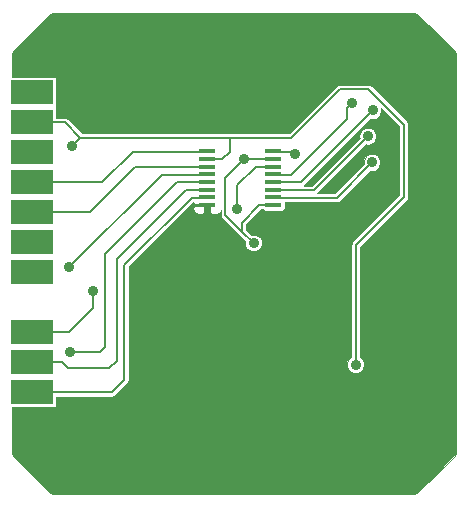
<source format=gbl>
G04 (created by PCBNEW-RS274X (2011-nov-30)-testing) date Fri 20 Jul 2012 01:00:30 PM CDT*
%MOIN*%
G04 Gerber Fmt 3.4, Leading zero omitted, Abs format*
%FSLAX34Y34*%
G01*
G70*
G90*
G04 APERTURE LIST*
%ADD10C,0.006*%
%ADD11R,0.055X0.0157*%
%ADD12R,0.14X0.08*%
%ADD13C,0.035*%
%ADD14C,0.008*%
%ADD15C,0.001*%
G04 APERTURE END LIST*
G54D10*
G54D11*
X55392Y-36256D03*
X55392Y-36511D03*
X55392Y-36766D03*
X55392Y-37023D03*
X55392Y-37277D03*
X55392Y-37534D03*
X55392Y-37789D03*
X55392Y-38045D03*
X53188Y-38045D03*
X53188Y-37789D03*
X53188Y-37534D03*
X53188Y-37277D03*
X53188Y-37023D03*
X53188Y-36766D03*
X53188Y-36511D03*
X53188Y-36255D03*
G54D12*
X47350Y-34280D03*
X47350Y-35280D03*
X47350Y-36280D03*
X47350Y-37280D03*
X47350Y-38280D03*
X47350Y-39280D03*
X47350Y-40280D03*
X47350Y-42280D03*
X47350Y-43280D03*
X47350Y-44280D03*
G54D13*
X54420Y-36510D03*
X54730Y-39310D03*
X48670Y-36080D03*
X58130Y-43360D03*
X58010Y-34650D03*
X48590Y-40100D03*
X58710Y-34890D03*
X48610Y-42940D03*
X58680Y-36620D03*
X49370Y-40920D03*
X56100Y-36340D03*
X58540Y-35750D03*
X54190Y-38160D03*
X59030Y-32610D03*
X48770Y-34690D03*
X58810Y-37820D03*
X54890Y-46580D03*
X53710Y-46580D03*
X49120Y-44690D03*
X57650Y-42770D03*
X50040Y-34020D03*
X56070Y-46580D03*
X50950Y-42770D03*
X48770Y-34020D03*
X57650Y-38630D03*
X57650Y-45130D03*
X52530Y-46580D03*
X56940Y-33980D03*
X50950Y-43950D03*
X54300Y-33110D03*
X50950Y-45130D03*
X59820Y-45210D03*
X60220Y-42440D03*
X51660Y-33980D03*
X52600Y-38540D03*
X57650Y-43950D03*
X57650Y-46310D03*
G54D14*
X54345Y-38625D02*
X54345Y-38925D01*
X54421Y-36511D02*
X54420Y-36510D01*
X55392Y-38045D02*
X54925Y-38045D01*
X54730Y-39310D02*
X54345Y-38925D01*
X54345Y-38925D02*
X53790Y-38370D01*
X54925Y-38045D02*
X54345Y-38625D01*
X53790Y-37140D02*
X54420Y-36510D01*
X53790Y-38370D02*
X53790Y-37140D01*
X55392Y-36511D02*
X54421Y-36511D01*
X53676Y-36514D02*
X53188Y-36514D01*
X53930Y-36260D02*
X53676Y-36514D01*
X59740Y-35360D02*
X59740Y-37770D01*
X53930Y-35800D02*
X48950Y-35800D01*
X55990Y-35800D02*
X53930Y-35800D01*
X47350Y-35280D02*
X48430Y-35280D01*
X59740Y-37770D02*
X58130Y-39380D01*
X58560Y-34180D02*
X59740Y-35360D01*
X48430Y-35280D02*
X48950Y-35800D01*
X53930Y-35800D02*
X53930Y-36260D01*
X55990Y-35800D02*
X57610Y-34180D01*
X58130Y-39380D02*
X58130Y-43360D01*
X57610Y-34180D02*
X58560Y-34180D01*
X48950Y-35800D02*
X48670Y-36080D01*
X57850Y-34810D02*
X58010Y-34650D01*
X57850Y-35170D02*
X57850Y-34810D01*
X55994Y-37026D02*
X57850Y-35170D01*
X55994Y-37026D02*
X55392Y-37026D01*
X48590Y-40100D02*
X51664Y-37026D01*
X53188Y-37026D02*
X51664Y-37026D01*
X55392Y-37282D02*
X56318Y-37282D01*
X56318Y-37282D02*
X58710Y-34890D01*
X49610Y-42940D02*
X48610Y-42940D01*
X49780Y-42770D02*
X49610Y-42940D01*
X52178Y-37282D02*
X53188Y-37282D01*
X49780Y-42770D02*
X49780Y-39680D01*
X52178Y-37282D02*
X49780Y-39680D01*
X57506Y-37794D02*
X55392Y-37794D01*
X57506Y-37794D02*
X58680Y-36620D01*
X50010Y-44280D02*
X50420Y-43870D01*
X50010Y-44280D02*
X47350Y-44280D01*
X53188Y-37794D02*
X52666Y-37794D01*
X52666Y-37794D02*
X50420Y-40040D01*
X50420Y-43870D02*
X50420Y-40040D01*
X49370Y-41490D02*
X49370Y-40920D01*
X48580Y-42280D02*
X49370Y-41490D01*
X47350Y-42280D02*
X48580Y-42280D01*
X56018Y-36258D02*
X56100Y-36340D01*
X55392Y-36258D02*
X56018Y-36258D01*
X50702Y-36258D02*
X53188Y-36258D01*
X47350Y-37280D02*
X49680Y-37280D01*
X49680Y-37280D02*
X50702Y-36258D01*
X56752Y-37538D02*
X58540Y-35750D01*
X55392Y-37538D02*
X56752Y-37538D01*
X49920Y-43490D02*
X50180Y-43230D01*
X50180Y-43230D02*
X50180Y-39840D01*
X48340Y-43280D02*
X48550Y-43490D01*
X50180Y-39840D02*
X52482Y-37538D01*
X48550Y-43490D02*
X49920Y-43490D01*
X48340Y-43280D02*
X47350Y-43280D01*
X53188Y-37538D02*
X52482Y-37538D01*
X54810Y-36770D02*
X55392Y-36770D01*
X54190Y-37390D02*
X54190Y-38160D01*
X54810Y-36770D02*
X54190Y-37390D01*
X47350Y-38280D02*
X49270Y-38280D01*
X50780Y-36770D02*
X53188Y-36770D01*
X49270Y-38280D02*
X50780Y-36770D01*
G54D10*
G36*
X61465Y-46270D02*
X61438Y-46404D01*
X60194Y-47648D01*
X60060Y-47675D01*
X53093Y-47675D01*
X53093Y-38277D01*
X53093Y-38084D01*
X52759Y-38084D01*
X52708Y-38135D01*
X52708Y-38164D01*
X52739Y-38239D01*
X52797Y-38297D01*
X52872Y-38328D01*
X52954Y-38328D01*
X53042Y-38328D01*
X53093Y-38277D01*
X53093Y-47675D01*
X48089Y-47675D01*
X47955Y-47648D01*
X46711Y-46404D01*
X46685Y-46270D01*
X46685Y-44785D01*
X48071Y-44785D01*
X48155Y-44785D01*
X48155Y-44701D01*
X48155Y-44659D01*
X48155Y-44425D01*
X50005Y-44425D01*
X50010Y-44426D01*
X50010Y-44425D01*
X50065Y-44414D01*
X50066Y-44414D01*
X50113Y-44383D01*
X50520Y-43974D01*
X50522Y-43973D01*
X50523Y-43973D01*
X50553Y-43926D01*
X50554Y-43925D01*
X50562Y-43882D01*
X50565Y-43871D01*
X50564Y-43870D01*
X50565Y-43870D01*
X50565Y-40100D01*
X52709Y-37956D01*
X52759Y-38006D01*
X53093Y-38006D01*
X53093Y-37972D01*
X53283Y-37972D01*
X53283Y-38006D01*
X53283Y-38084D01*
X53283Y-38145D01*
X53283Y-38277D01*
X53334Y-38328D01*
X53422Y-38328D01*
X53504Y-38328D01*
X53579Y-38297D01*
X53637Y-38239D01*
X53645Y-38219D01*
X53645Y-38365D01*
X53644Y-38370D01*
X53656Y-38426D01*
X53687Y-38473D01*
X54240Y-39025D01*
X54242Y-39028D01*
X54455Y-39240D01*
X54450Y-39254D01*
X54450Y-39365D01*
X54492Y-39468D01*
X54571Y-39547D01*
X54674Y-39590D01*
X54785Y-39590D01*
X54888Y-39548D01*
X54967Y-39469D01*
X55010Y-39366D01*
X55010Y-39255D01*
X54968Y-39152D01*
X54889Y-39073D01*
X54786Y-39030D01*
X54675Y-39030D01*
X54661Y-39035D01*
X54490Y-38864D01*
X54490Y-38685D01*
X54985Y-38190D01*
X55035Y-38190D01*
X55058Y-38212D01*
X55096Y-38228D01*
X55138Y-38228D01*
X55688Y-38228D01*
X55727Y-38212D01*
X55756Y-38182D01*
X55772Y-38144D01*
X55772Y-38102D01*
X55772Y-37946D01*
X55769Y-37939D01*
X57501Y-37939D01*
X57506Y-37940D01*
X57506Y-37939D01*
X57561Y-37928D01*
X57562Y-37928D01*
X57609Y-37897D01*
X58610Y-36894D01*
X58624Y-36900D01*
X58735Y-36900D01*
X58838Y-36858D01*
X58917Y-36779D01*
X58960Y-36676D01*
X58960Y-36565D01*
X58918Y-36462D01*
X58839Y-36383D01*
X58736Y-36340D01*
X58625Y-36340D01*
X58522Y-36382D01*
X58443Y-36461D01*
X58400Y-36564D01*
X58400Y-36675D01*
X58405Y-36689D01*
X57445Y-37649D01*
X56842Y-37649D01*
X56855Y-37641D01*
X58470Y-36024D01*
X58484Y-36030D01*
X58595Y-36030D01*
X58698Y-35988D01*
X58777Y-35909D01*
X58820Y-35806D01*
X58820Y-35695D01*
X58778Y-35592D01*
X58699Y-35513D01*
X58596Y-35470D01*
X58485Y-35470D01*
X58382Y-35512D01*
X58303Y-35591D01*
X58260Y-35694D01*
X58260Y-35805D01*
X58265Y-35819D01*
X56691Y-37393D01*
X56408Y-37393D01*
X56421Y-37385D01*
X58640Y-35164D01*
X58654Y-35170D01*
X58765Y-35170D01*
X58868Y-35128D01*
X58947Y-35049D01*
X58990Y-34946D01*
X58990Y-34835D01*
X58976Y-34802D01*
X59595Y-35420D01*
X59595Y-37709D01*
X58027Y-39277D01*
X57996Y-39324D01*
X57984Y-39380D01*
X57985Y-39384D01*
X57985Y-43116D01*
X57972Y-43122D01*
X57893Y-43201D01*
X57850Y-43304D01*
X57850Y-43415D01*
X57892Y-43518D01*
X57971Y-43597D01*
X58074Y-43640D01*
X58185Y-43640D01*
X58288Y-43598D01*
X58367Y-43519D01*
X58410Y-43416D01*
X58410Y-43305D01*
X58368Y-43202D01*
X58289Y-43123D01*
X58275Y-43117D01*
X58275Y-39440D01*
X59840Y-37874D01*
X59842Y-37873D01*
X59843Y-37873D01*
X59873Y-37826D01*
X59874Y-37825D01*
X59882Y-37782D01*
X59885Y-37771D01*
X59884Y-37770D01*
X59885Y-37770D01*
X59885Y-35360D01*
X59884Y-35359D01*
X59885Y-35359D01*
X59882Y-35348D01*
X59874Y-35305D01*
X59873Y-35304D01*
X59843Y-35257D01*
X59840Y-35255D01*
X58663Y-34077D01*
X58616Y-34046D01*
X58560Y-34034D01*
X58555Y-34035D01*
X57614Y-34035D01*
X57610Y-34034D01*
X57554Y-34046D01*
X57507Y-34077D01*
X55929Y-35655D01*
X53930Y-35655D01*
X49010Y-35655D01*
X48533Y-35177D01*
X48486Y-35146D01*
X48430Y-35134D01*
X48425Y-35135D01*
X48155Y-35135D01*
X48155Y-34859D01*
X48155Y-34701D01*
X48155Y-34659D01*
X48155Y-33859D01*
X48155Y-33775D01*
X48071Y-33775D01*
X48029Y-33775D01*
X46685Y-33775D01*
X46685Y-33039D01*
X46711Y-32905D01*
X47955Y-31661D01*
X48089Y-31635D01*
X60060Y-31635D01*
X60194Y-31661D01*
X61438Y-32905D01*
X61465Y-33039D01*
X61465Y-46270D01*
X61465Y-46270D01*
G37*
G54D15*
X61465Y-46270D02*
X61438Y-46404D01*
X60194Y-47648D01*
X60060Y-47675D01*
X53093Y-47675D01*
X53093Y-38277D01*
X53093Y-38084D01*
X52759Y-38084D01*
X52708Y-38135D01*
X52708Y-38164D01*
X52739Y-38239D01*
X52797Y-38297D01*
X52872Y-38328D01*
X52954Y-38328D01*
X53042Y-38328D01*
X53093Y-38277D01*
X53093Y-47675D01*
X48089Y-47675D01*
X47955Y-47648D01*
X46711Y-46404D01*
X46685Y-46270D01*
X46685Y-44785D01*
X48071Y-44785D01*
X48155Y-44785D01*
X48155Y-44701D01*
X48155Y-44659D01*
X48155Y-44425D01*
X50005Y-44425D01*
X50010Y-44426D01*
X50010Y-44425D01*
X50065Y-44414D01*
X50066Y-44414D01*
X50113Y-44383D01*
X50520Y-43974D01*
X50522Y-43973D01*
X50523Y-43973D01*
X50553Y-43926D01*
X50554Y-43925D01*
X50562Y-43882D01*
X50565Y-43871D01*
X50564Y-43870D01*
X50565Y-43870D01*
X50565Y-40100D01*
X52709Y-37956D01*
X52759Y-38006D01*
X53093Y-38006D01*
X53093Y-37972D01*
X53283Y-37972D01*
X53283Y-38006D01*
X53283Y-38084D01*
X53283Y-38145D01*
X53283Y-38277D01*
X53334Y-38328D01*
X53422Y-38328D01*
X53504Y-38328D01*
X53579Y-38297D01*
X53637Y-38239D01*
X53645Y-38219D01*
X53645Y-38365D01*
X53644Y-38370D01*
X53656Y-38426D01*
X53687Y-38473D01*
X54240Y-39025D01*
X54242Y-39028D01*
X54455Y-39240D01*
X54450Y-39254D01*
X54450Y-39365D01*
X54492Y-39468D01*
X54571Y-39547D01*
X54674Y-39590D01*
X54785Y-39590D01*
X54888Y-39548D01*
X54967Y-39469D01*
X55010Y-39366D01*
X55010Y-39255D01*
X54968Y-39152D01*
X54889Y-39073D01*
X54786Y-39030D01*
X54675Y-39030D01*
X54661Y-39035D01*
X54490Y-38864D01*
X54490Y-38685D01*
X54985Y-38190D01*
X55035Y-38190D01*
X55058Y-38212D01*
X55096Y-38228D01*
X55138Y-38228D01*
X55688Y-38228D01*
X55727Y-38212D01*
X55756Y-38182D01*
X55772Y-38144D01*
X55772Y-38102D01*
X55772Y-37946D01*
X55769Y-37939D01*
X57501Y-37939D01*
X57506Y-37940D01*
X57506Y-37939D01*
X57561Y-37928D01*
X57562Y-37928D01*
X57609Y-37897D01*
X58610Y-36894D01*
X58624Y-36900D01*
X58735Y-36900D01*
X58838Y-36858D01*
X58917Y-36779D01*
X58960Y-36676D01*
X58960Y-36565D01*
X58918Y-36462D01*
X58839Y-36383D01*
X58736Y-36340D01*
X58625Y-36340D01*
X58522Y-36382D01*
X58443Y-36461D01*
X58400Y-36564D01*
X58400Y-36675D01*
X58405Y-36689D01*
X57445Y-37649D01*
X56842Y-37649D01*
X56855Y-37641D01*
X58470Y-36024D01*
X58484Y-36030D01*
X58595Y-36030D01*
X58698Y-35988D01*
X58777Y-35909D01*
X58820Y-35806D01*
X58820Y-35695D01*
X58778Y-35592D01*
X58699Y-35513D01*
X58596Y-35470D01*
X58485Y-35470D01*
X58382Y-35512D01*
X58303Y-35591D01*
X58260Y-35694D01*
X58260Y-35805D01*
X58265Y-35819D01*
X56691Y-37393D01*
X56408Y-37393D01*
X56421Y-37385D01*
X58640Y-35164D01*
X58654Y-35170D01*
X58765Y-35170D01*
X58868Y-35128D01*
X58947Y-35049D01*
X58990Y-34946D01*
X58990Y-34835D01*
X58976Y-34802D01*
X59595Y-35420D01*
X59595Y-37709D01*
X58027Y-39277D01*
X57996Y-39324D01*
X57984Y-39380D01*
X57985Y-39384D01*
X57985Y-43116D01*
X57972Y-43122D01*
X57893Y-43201D01*
X57850Y-43304D01*
X57850Y-43415D01*
X57892Y-43518D01*
X57971Y-43597D01*
X58074Y-43640D01*
X58185Y-43640D01*
X58288Y-43598D01*
X58367Y-43519D01*
X58410Y-43416D01*
X58410Y-43305D01*
X58368Y-43202D01*
X58289Y-43123D01*
X58275Y-43117D01*
X58275Y-39440D01*
X59840Y-37874D01*
X59842Y-37873D01*
X59843Y-37873D01*
X59873Y-37826D01*
X59874Y-37825D01*
X59882Y-37782D01*
X59885Y-37771D01*
X59884Y-37770D01*
X59885Y-37770D01*
X59885Y-35360D01*
X59884Y-35359D01*
X59885Y-35359D01*
X59882Y-35348D01*
X59874Y-35305D01*
X59873Y-35304D01*
X59843Y-35257D01*
X59840Y-35255D01*
X58663Y-34077D01*
X58616Y-34046D01*
X58560Y-34034D01*
X58555Y-34035D01*
X57614Y-34035D01*
X57610Y-34034D01*
X57554Y-34046D01*
X57507Y-34077D01*
X55929Y-35655D01*
X53930Y-35655D01*
X49010Y-35655D01*
X48533Y-35177D01*
X48486Y-35146D01*
X48430Y-35134D01*
X48425Y-35135D01*
X48155Y-35135D01*
X48155Y-34859D01*
X48155Y-34701D01*
X48155Y-34659D01*
X48155Y-33859D01*
X48155Y-33775D01*
X48071Y-33775D01*
X48029Y-33775D01*
X46685Y-33775D01*
X46685Y-33039D01*
X46711Y-32905D01*
X47955Y-31661D01*
X48089Y-31635D01*
X60060Y-31635D01*
X60194Y-31661D01*
X61438Y-32905D01*
X61465Y-33039D01*
X61465Y-46270D01*
M02*

</source>
